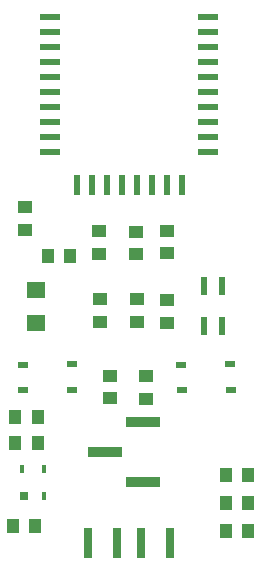
<source format=gbr>
G04 DipTrace 3.2.0.1*
G04 TopPaste.gbr*
%MOIN*%
G04 #@! TF.FileFunction,Paste,Top*
G04 #@! TF.Part,Single*
%AMOUTLINE2*
4,1,4,
0.017637,0.009984,
-0.017794,0.009701,
-0.017637,-0.009984,
0.017794,-0.009701,
0.017637,0.009984,
0*%
%ADD49R,0.116929X0.032283*%
%ADD53R,0.031496X0.098425*%
%ADD57R,0.015748X0.031496*%
%ADD59R,0.031496X0.031496*%
%ADD65R,0.023622X0.066929*%
%ADD67R,0.066929X0.023622*%
%ADD69R,0.023622X0.062992*%
%ADD71R,0.062992X0.055118*%
%ADD81R,0.043307X0.051181*%
%ADD83R,0.051181X0.043307*%
%ADD88OUTLINE2*%
%FSLAX26Y26*%
G04*
G70*
G90*
G75*
G01*
G04 TopPaste*
%LPD*%
D83*
X-330407Y-512369D3*
Y-437566D3*
X143945Y-591339D3*
Y-516535D3*
X38976Y-593701D3*
Y-518898D3*
D81*
X-253937Y-601181D3*
X-179134D3*
D83*
X72835Y-1075197D3*
Y-1000394D3*
D81*
X-362409Y-1135353D3*
X-287606D3*
X-362455Y-1221602D3*
X-287652D3*
X338976Y-1328113D3*
X413780D3*
X338976Y-1516535D3*
X413780D3*
X338976Y-1422047D3*
X413780D3*
X-296738Y-1501042D3*
X-371541D3*
D71*
X-295276Y-822835D3*
Y-712598D3*
D83*
X-82283Y-591732D3*
Y-516929D3*
X-79528Y-818504D3*
Y-743701D3*
X42126Y-818898D3*
Y-744094D3*
X143937Y-822441D3*
Y-747638D3*
X-46457Y-1074016D3*
Y-999213D3*
D69*
X324803Y-834646D3*
Y-700787D3*
X265748Y-834646D3*
Y-700787D3*
D67*
X-247244Y-251969D3*
Y-201969D3*
Y-151969D3*
Y-101969D3*
Y-51969D3*
Y-1969D3*
Y48031D3*
Y98031D3*
Y148031D3*
Y198031D3*
X280315Y-251969D3*
Y-201969D3*
Y-151969D3*
Y-101969D3*
Y-51969D3*
Y-1969D3*
Y48031D3*
Y98031D3*
Y148031D3*
Y198031D3*
D65*
X-8465Y-362205D3*
X41535D3*
X-58465D3*
X91535D3*
X-108465D3*
X141535D3*
X-158465D3*
X191535D3*
D88*
X-337934Y-962269D3*
X-337257Y-1046912D3*
X-174554Y-960962D3*
X-173877Y-1045605D3*
X190412Y-962269D3*
X191089Y-1046912D3*
X353793Y-960962D3*
X354470Y-1045605D3*
D59*
X-333762Y-1401325D3*
D57*
X-266833D3*
Y-1310774D3*
X-341636D3*
D53*
X-121260Y-1555118D3*
X-22835D3*
X55906D3*
X154331D3*
D49*
X-62402Y-1254474D3*
X62402Y-1154474D3*
Y-1354474D3*
M02*

</source>
